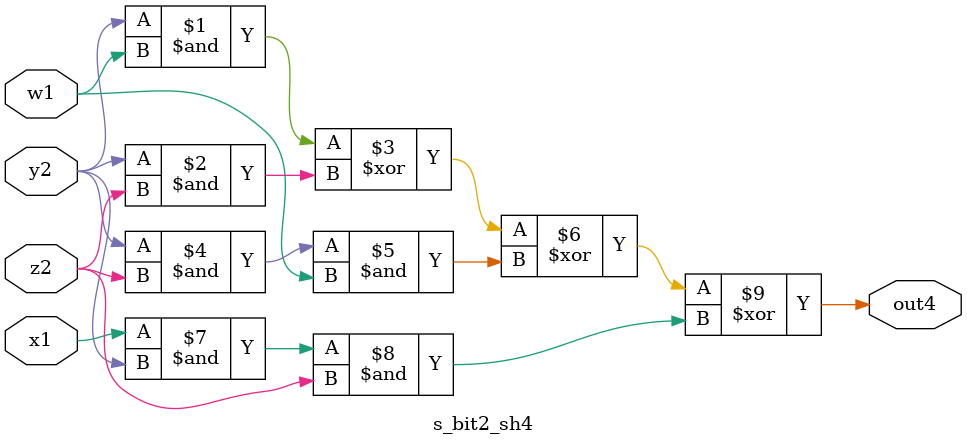
<source format=sv>
module s_bit2_sh4 (
  y2,
  w1,
  z2,
  x1,
  out4
);

    input wire y2;
    input wire w1;
    input wire z2;
    input wire x1;

    output wire out4;

    assign out4 = y2 & w1 ^ y2 & z2 ^ y2 & z2 & w1 ^ x1 & y2 & z2 ;

endmodule

</source>
